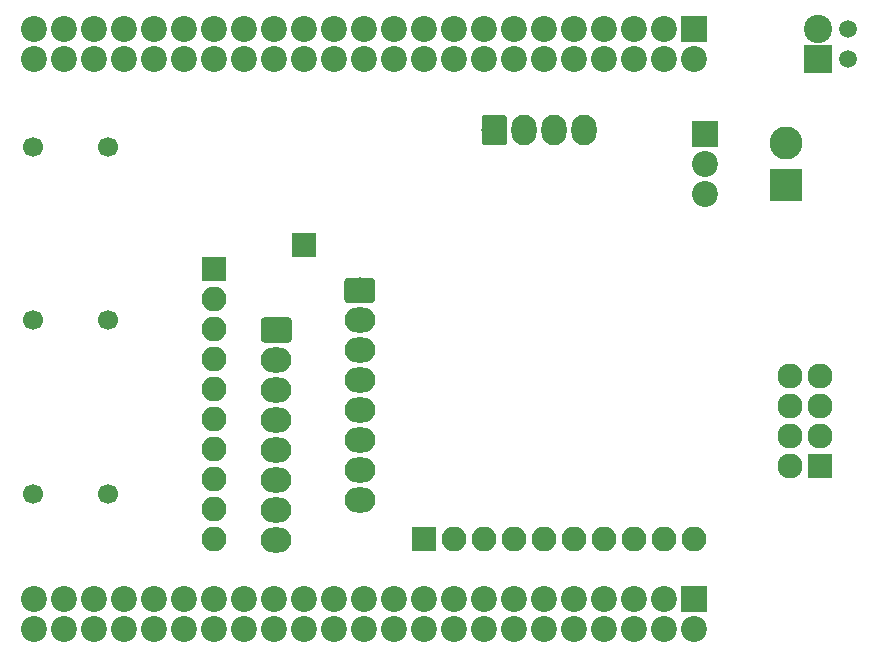
<source format=gbr>
G04 #@! TF.GenerationSoftware,KiCad,Pcbnew,(5.1.2-1)-1*
G04 #@! TF.CreationDate,2019-05-23T14:32:33+02:00*
G04 #@! TF.ProjectId,wearable_cape,77656172-6162-46c6-955f-636170652e6b,v02*
G04 #@! TF.SameCoordinates,Original*
G04 #@! TF.FileFunction,Soldermask,Bot*
G04 #@! TF.FilePolarity,Negative*
%FSLAX46Y46*%
G04 Gerber Fmt 4.6, Leading zero omitted, Abs format (unit mm)*
G04 Created by KiCad (PCBNEW (5.1.2-1)-1) date 2019-05-23 14:32:33*
%MOMM*%
%LPD*%
G04 APERTURE LIST*
%ADD10C,1.500000*%
%ADD11C,2.400000*%
%ADD12R,2.400000X2.400000*%
%ADD13C,1.700000*%
%ADD14C,2.200000*%
%ADD15R,2.200000X2.200000*%
%ADD16O,2.100000X2.100000*%
%ADD17R,2.100000X2.100000*%
%ADD18O,2.127200X2.127200*%
%ADD19R,2.127200X2.127200*%
%ADD20C,2.800000*%
%ADD21R,2.800000X2.800000*%
%ADD22O,2.600000X2.140000*%
%ADD23C,0.100000*%
%ADD24C,2.140000*%
%ADD25O,2.140000X2.600000*%
G04 APERTURE END LIST*
D10*
X103251000Y-20320000D03*
D11*
X100711000Y-20320000D03*
D10*
X103251000Y-22860000D03*
D12*
X100711000Y-22860000D03*
D13*
X40550000Y-30250000D03*
X34250000Y-30250000D03*
D14*
X34290000Y-71120000D03*
X34290000Y-68580000D03*
X36830000Y-71120000D03*
X36830000Y-68580000D03*
X39370000Y-71120000D03*
X39370000Y-68580000D03*
X41910000Y-71120000D03*
X41910000Y-68580000D03*
X44450000Y-71120000D03*
X44450000Y-68580000D03*
X46990000Y-71120000D03*
X46990000Y-68580000D03*
X49530000Y-71120000D03*
X49530000Y-68580000D03*
X52070000Y-71120000D03*
X52070000Y-68580000D03*
X54610000Y-71120000D03*
X54610000Y-68580000D03*
X57150000Y-71120000D03*
X57150000Y-68580000D03*
X59690000Y-71120000D03*
X59690000Y-68580000D03*
X62230000Y-71120000D03*
X62230000Y-68580000D03*
X64770000Y-71120000D03*
X64770000Y-68580000D03*
X67310000Y-71120000D03*
X67310000Y-68580000D03*
X69850000Y-71120000D03*
X69850000Y-68580000D03*
X72390000Y-71120000D03*
X72390000Y-68580000D03*
X74930000Y-71120000D03*
X74930000Y-68580000D03*
X77470000Y-71120000D03*
X77470000Y-68580000D03*
X80010000Y-71120000D03*
X80010000Y-68580000D03*
X82550000Y-71120000D03*
X82550000Y-68580000D03*
X85090000Y-71120000D03*
X85090000Y-68580000D03*
X87630000Y-71120000D03*
X87630000Y-68580000D03*
X90170000Y-71120000D03*
D15*
X90170000Y-68580000D03*
D14*
X34290000Y-22860000D03*
X34290000Y-20320000D03*
X36830000Y-22860000D03*
X36830000Y-20320000D03*
X39370000Y-22860000D03*
X39370000Y-20320000D03*
X41910000Y-22860000D03*
X41910000Y-20320000D03*
X44450000Y-22860000D03*
X44450000Y-20320000D03*
X46990000Y-22860000D03*
X46990000Y-20320000D03*
X49530000Y-22860000D03*
X49530000Y-20320000D03*
X52070000Y-22860000D03*
X52070000Y-20320000D03*
X54610000Y-22860000D03*
X54610000Y-20320000D03*
X57150000Y-22860000D03*
X57150000Y-20320000D03*
X59690000Y-22860000D03*
X59690000Y-20320000D03*
X62230000Y-22860000D03*
X62230000Y-20320000D03*
X64770000Y-22860000D03*
X64770000Y-20320000D03*
X67310000Y-22860000D03*
X67310000Y-20320000D03*
X69850000Y-22860000D03*
X69850000Y-20320000D03*
X72390000Y-22860000D03*
X72390000Y-20320000D03*
X74930000Y-22860000D03*
X74930000Y-20320000D03*
X77470000Y-22860000D03*
X77470000Y-20320000D03*
X80010000Y-22860000D03*
X80010000Y-20320000D03*
X82550000Y-22860000D03*
X82550000Y-20320000D03*
X85090000Y-22860000D03*
X85090000Y-20320000D03*
X87630000Y-22860000D03*
X87630000Y-20320000D03*
X90170000Y-22860000D03*
D15*
X90170000Y-20320000D03*
D13*
X40550000Y-44950000D03*
X34250000Y-44950000D03*
X40550000Y-59650000D03*
X34250000Y-59650000D03*
D16*
X49530000Y-63500000D03*
X49530000Y-60960000D03*
X49530000Y-58420000D03*
X49530000Y-55880000D03*
X49530000Y-53340000D03*
X49530000Y-50800000D03*
X49530000Y-48260000D03*
X49530000Y-45720000D03*
X49530000Y-43180000D03*
D17*
X49530000Y-40640000D03*
D18*
X98298000Y-49682400D03*
X100838000Y-49682400D03*
X98298000Y-52222400D03*
X100838000Y-52222400D03*
X98298000Y-54762400D03*
X100838000Y-54762400D03*
X98298000Y-57302400D03*
D19*
X100838000Y-57302400D03*
D20*
X97980500Y-29964500D03*
D21*
X97980500Y-33464500D03*
D16*
X90170000Y-63500000D03*
X87630000Y-63500000D03*
X85090000Y-63500000D03*
X82550000Y-63500000D03*
X80010000Y-63500000D03*
X77470000Y-63500000D03*
X74930000Y-63500000D03*
X72390000Y-63500000D03*
X69850000Y-63500000D03*
D17*
X67310000Y-63500000D03*
D22*
X61874400Y-60198000D03*
X61874400Y-57658000D03*
X61874400Y-55118000D03*
X61874400Y-52578000D03*
X61874400Y-50038000D03*
X61874400Y-47498000D03*
X61874400Y-44958000D03*
D23*
G36*
X62897067Y-41349481D02*
G01*
X62926914Y-41353908D01*
X62956184Y-41361240D01*
X62984594Y-41371405D01*
X63011870Y-41384306D01*
X63037751Y-41399818D01*
X63061987Y-41417792D01*
X63084344Y-41438056D01*
X63104608Y-41460413D01*
X63122582Y-41484649D01*
X63138094Y-41510530D01*
X63150995Y-41537806D01*
X63161160Y-41566216D01*
X63168492Y-41595486D01*
X63172919Y-41625333D01*
X63174400Y-41655470D01*
X63174400Y-43180530D01*
X63172919Y-43210667D01*
X63168492Y-43240514D01*
X63161160Y-43269784D01*
X63150995Y-43298194D01*
X63138094Y-43325470D01*
X63122582Y-43351351D01*
X63104608Y-43375587D01*
X63084344Y-43397944D01*
X63061987Y-43418208D01*
X63037751Y-43436182D01*
X63011870Y-43451694D01*
X62984594Y-43464595D01*
X62956184Y-43474760D01*
X62926914Y-43482092D01*
X62897067Y-43486519D01*
X62866930Y-43488000D01*
X60881870Y-43488000D01*
X60851733Y-43486519D01*
X60821886Y-43482092D01*
X60792616Y-43474760D01*
X60764206Y-43464595D01*
X60736930Y-43451694D01*
X60711049Y-43436182D01*
X60686813Y-43418208D01*
X60664456Y-43397944D01*
X60644192Y-43375587D01*
X60626218Y-43351351D01*
X60610706Y-43325470D01*
X60597805Y-43298194D01*
X60587640Y-43269784D01*
X60580308Y-43240514D01*
X60575881Y-43210667D01*
X60574400Y-43180530D01*
X60574400Y-41655470D01*
X60575881Y-41625333D01*
X60580308Y-41595486D01*
X60587640Y-41566216D01*
X60597805Y-41537806D01*
X60610706Y-41510530D01*
X60626218Y-41484649D01*
X60644192Y-41460413D01*
X60664456Y-41438056D01*
X60686813Y-41417792D01*
X60711049Y-41399818D01*
X60736930Y-41384306D01*
X60764206Y-41371405D01*
X60792616Y-41361240D01*
X60821886Y-41353908D01*
X60851733Y-41349481D01*
X60881870Y-41348000D01*
X62866930Y-41348000D01*
X62897067Y-41349481D01*
X62897067Y-41349481D01*
G37*
D24*
X61874400Y-42418000D03*
D22*
X54813200Y-63550800D03*
X54813200Y-61010800D03*
X54813200Y-58470800D03*
X54813200Y-55930800D03*
X54813200Y-53390800D03*
X54813200Y-50850800D03*
X54813200Y-48310800D03*
D23*
G36*
X55835867Y-44702281D02*
G01*
X55865714Y-44706708D01*
X55894984Y-44714040D01*
X55923394Y-44724205D01*
X55950670Y-44737106D01*
X55976551Y-44752618D01*
X56000787Y-44770592D01*
X56023144Y-44790856D01*
X56043408Y-44813213D01*
X56061382Y-44837449D01*
X56076894Y-44863330D01*
X56089795Y-44890606D01*
X56099960Y-44919016D01*
X56107292Y-44948286D01*
X56111719Y-44978133D01*
X56113200Y-45008270D01*
X56113200Y-46533330D01*
X56111719Y-46563467D01*
X56107292Y-46593314D01*
X56099960Y-46622584D01*
X56089795Y-46650994D01*
X56076894Y-46678270D01*
X56061382Y-46704151D01*
X56043408Y-46728387D01*
X56023144Y-46750744D01*
X56000787Y-46771008D01*
X55976551Y-46788982D01*
X55950670Y-46804494D01*
X55923394Y-46817395D01*
X55894984Y-46827560D01*
X55865714Y-46834892D01*
X55835867Y-46839319D01*
X55805730Y-46840800D01*
X53820670Y-46840800D01*
X53790533Y-46839319D01*
X53760686Y-46834892D01*
X53731416Y-46827560D01*
X53703006Y-46817395D01*
X53675730Y-46804494D01*
X53649849Y-46788982D01*
X53625613Y-46771008D01*
X53603256Y-46750744D01*
X53582992Y-46728387D01*
X53565018Y-46704151D01*
X53549506Y-46678270D01*
X53536605Y-46650994D01*
X53526440Y-46622584D01*
X53519108Y-46593314D01*
X53514681Y-46563467D01*
X53513200Y-46533330D01*
X53513200Y-45008270D01*
X53514681Y-44978133D01*
X53519108Y-44948286D01*
X53526440Y-44919016D01*
X53536605Y-44890606D01*
X53549506Y-44863330D01*
X53565018Y-44837449D01*
X53582992Y-44813213D01*
X53603256Y-44790856D01*
X53625613Y-44770592D01*
X53649849Y-44752618D01*
X53675730Y-44737106D01*
X53703006Y-44724205D01*
X53731416Y-44714040D01*
X53760686Y-44706708D01*
X53790533Y-44702281D01*
X53820670Y-44700800D01*
X55805730Y-44700800D01*
X55835867Y-44702281D01*
X55835867Y-44702281D01*
G37*
D24*
X54813200Y-45770800D03*
D25*
X80899000Y-28854400D03*
X78359000Y-28854400D03*
X75819000Y-28854400D03*
D23*
G36*
X74071667Y-27555881D02*
G01*
X74101514Y-27560308D01*
X74130784Y-27567640D01*
X74159194Y-27577805D01*
X74186470Y-27590706D01*
X74212351Y-27606218D01*
X74236587Y-27624192D01*
X74258944Y-27644456D01*
X74279208Y-27666813D01*
X74297182Y-27691049D01*
X74312694Y-27716930D01*
X74325595Y-27744206D01*
X74335760Y-27772616D01*
X74343092Y-27801886D01*
X74347519Y-27831733D01*
X74349000Y-27861870D01*
X74349000Y-29846930D01*
X74347519Y-29877067D01*
X74343092Y-29906914D01*
X74335760Y-29936184D01*
X74325595Y-29964594D01*
X74312694Y-29991870D01*
X74297182Y-30017751D01*
X74279208Y-30041987D01*
X74258944Y-30064344D01*
X74236587Y-30084608D01*
X74212351Y-30102582D01*
X74186470Y-30118094D01*
X74159194Y-30130995D01*
X74130784Y-30141160D01*
X74101514Y-30148492D01*
X74071667Y-30152919D01*
X74041530Y-30154400D01*
X72516470Y-30154400D01*
X72486333Y-30152919D01*
X72456486Y-30148492D01*
X72427216Y-30141160D01*
X72398806Y-30130995D01*
X72371530Y-30118094D01*
X72345649Y-30102582D01*
X72321413Y-30084608D01*
X72299056Y-30064344D01*
X72278792Y-30041987D01*
X72260818Y-30017751D01*
X72245306Y-29991870D01*
X72232405Y-29964594D01*
X72222240Y-29936184D01*
X72214908Y-29906914D01*
X72210481Y-29877067D01*
X72209000Y-29846930D01*
X72209000Y-27861870D01*
X72210481Y-27831733D01*
X72214908Y-27801886D01*
X72222240Y-27772616D01*
X72232405Y-27744206D01*
X72245306Y-27716930D01*
X72260818Y-27691049D01*
X72278792Y-27666813D01*
X72299056Y-27644456D01*
X72321413Y-27624192D01*
X72345649Y-27606218D01*
X72371530Y-27590706D01*
X72398806Y-27577805D01*
X72427216Y-27567640D01*
X72456486Y-27560308D01*
X72486333Y-27555881D01*
X72516470Y-27554400D01*
X74041530Y-27554400D01*
X74071667Y-27555881D01*
X74071667Y-27555881D01*
G37*
D24*
X73279000Y-28854400D03*
D17*
X57150000Y-38620700D03*
D14*
X91122500Y-34290000D03*
X91122500Y-31750000D03*
D15*
X91122500Y-29210000D03*
M02*

</source>
